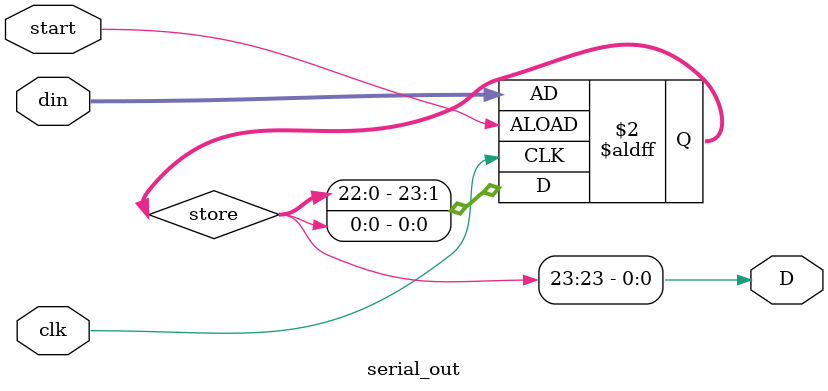
<source format=v>

	module serial_out(din,start,clk,D);
	input start,clk;
	input [23:0] din;
	reg [23:0] store;
	output wire D;
		
	always @(posedge clk or posedge start)
		begin
			if(start)
				store = din;
			else
				begin
				store[23] <= store[22];
				store[22] <= store[21];
				store[21] <= store[20];
				store[20] <= store[19];
				store[19] <= store[18];
				store[18] <= store[17];
				store[17] <= store[16];
				store[16] <= store[15];
				store[15] <= store[14];
				store[14] <= store[13];
				store[13] <= store[12];
				store[12] <= store[11];
				store[11] <= store[10];
				store[10] <= store[9];
				store[9] <= store[8];
				store[8] <= store[7];
				store[7] <= store[6];
				store[6] <= store[5];
				store[5] <= store[4];
				store[4] <= store[3];
				store[3] <= store[2];
				store[2] <= store[1];
				store[1] <= store[0];
				
			end
		end

	assign D = store[23];
	
	
endmodule	
</source>
